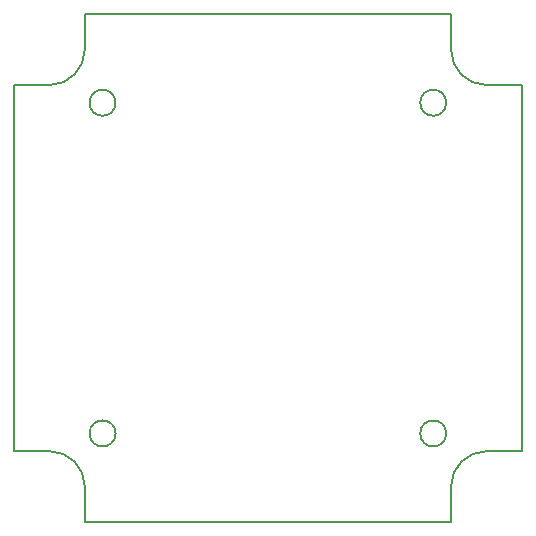
<source format=gbr>
G04 #@! TF.GenerationSoftware,KiCad,Pcbnew,5.1.5-52549c5~86~ubuntu16.04.1*
G04 #@! TF.CreationDate,2020-05-03T15:37:36+09:00*
G04 #@! TF.ProjectId,esp8266-cc2530,65737038-3236-4362-9d63-63323533302e,rev?*
G04 #@! TF.SameCoordinates,Original*
G04 #@! TF.FileFunction,Profile,NP*
%FSLAX46Y46*%
G04 Gerber Fmt 4.6, Leading zero omitted, Abs format (unit mm)*
G04 Created by KiCad (PCBNEW 5.1.5-52549c5~86~ubuntu16.04.1) date 2020-05-03 15:37:36*
%MOMM*%
%LPD*%
G04 APERTURE LIST*
%ADD10C,0.200000*%
G04 APERTURE END LIST*
D10*
X103850000Y-56950000D02*
X103850000Y-25950000D01*
X97850000Y-22950000D02*
X97850000Y-19950000D01*
X103850000Y-25950000D02*
X100850000Y-25950000D01*
X60850000Y-56950000D02*
X63850000Y-56950000D01*
X69450000Y-55450000D02*
G75*
G03X69450000Y-55450000I-1100000J0D01*
G01*
X66850000Y-19950000D02*
X66850000Y-22950000D01*
X97450000Y-27450000D02*
G75*
G03X97450000Y-27450000I-1100000J0D01*
G01*
X66850000Y-22950000D02*
G75*
G02X63850000Y-25950000I-3000000J0D01*
G01*
X69450000Y-27450000D02*
G75*
G03X69450000Y-27450000I-1100000J0D01*
G01*
X100850000Y-56950000D02*
X103850000Y-56950000D01*
X100850000Y-25950000D02*
G75*
G02X97850000Y-22950000I0J3000000D01*
G01*
X97850000Y-19950000D02*
X66850000Y-19950000D01*
X97450000Y-55450000D02*
G75*
G03X97450000Y-55450000I-1100000J0D01*
G01*
X97850000Y-62950000D02*
X97850000Y-59950000D01*
X60850000Y-25950000D02*
X60850000Y-56950000D01*
X66850000Y-59950000D02*
X66850000Y-62950000D01*
X63850000Y-56950000D02*
G75*
G02X66850000Y-59950000I0J-3000000D01*
G01*
X97850000Y-59950000D02*
G75*
G02X100850000Y-56950000I3000000J0D01*
G01*
X66850000Y-62950000D02*
X97850000Y-62950000D01*
X63850000Y-25950000D02*
X60850000Y-25950000D01*
M02*

</source>
